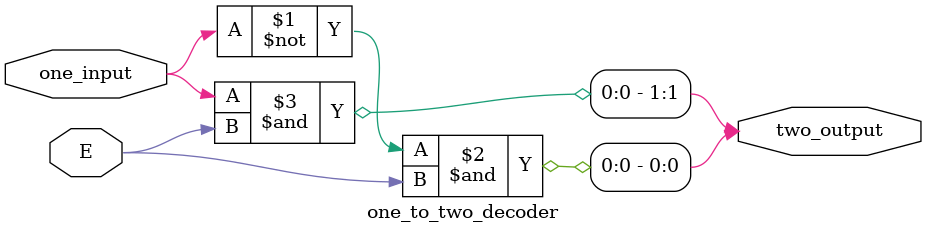
<source format=v>
module one_to_two_decoder(
        input E,
		input one_input,  //default one bit
		output [1:0] two_output
    );
    
    and(two_output[0], ~one_input, E);
    and(two_output[1], one_input, E);
    
    
endmodule

</source>
